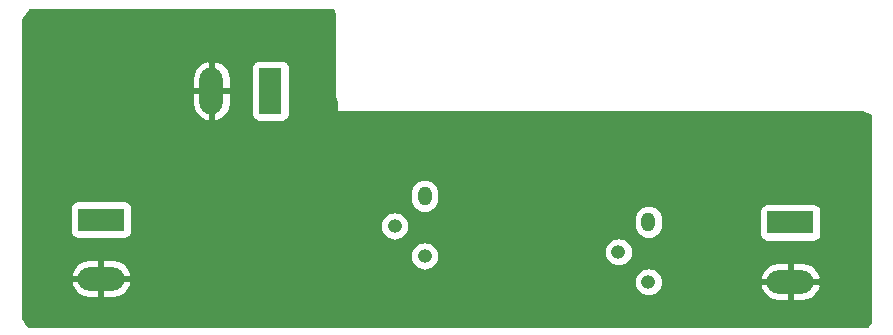
<source format=gbr>
G04 #@! TF.GenerationSoftware,KiCad,Pcbnew,(5.1.4)-1*
G04 #@! TF.CreationDate,2020-12-03T16:53:39+02:00*
G04 #@! TF.ProjectId,Single_transistor_AMP,53696e67-6c65-45f7-9472-616e73697374,V1.0*
G04 #@! TF.SameCoordinates,Original*
G04 #@! TF.FileFunction,Copper,L2,Bot*
G04 #@! TF.FilePolarity,Positive*
%FSLAX46Y46*%
G04 Gerber Fmt 4.6, Leading zero omitted, Abs format (unit mm)*
G04 Created by KiCad (PCBNEW (5.1.4)-1) date 2020-12-03 16:53:39*
%MOMM*%
%LPD*%
G04 APERTURE LIST*
%ADD10O,1.980000X3.960000*%
%ADD11R,1.980000X3.960000*%
%ADD12O,3.960000X1.980000*%
%ADD13R,3.960000X1.980000*%
%ADD14O,1.200000X1.200000*%
%ADD15O,1.200000X1.600000*%
%ADD16C,0.254000*%
G04 APERTURE END LIST*
D10*
X172100000Y-105950000D03*
D11*
X177100000Y-105950000D03*
D12*
X221100000Y-122100000D03*
D13*
X221100000Y-117100000D03*
D12*
X162750000Y-121850000D03*
D13*
X162750000Y-116850000D03*
D14*
X209100000Y-122130000D03*
X206560000Y-119590000D03*
D15*
X209100000Y-117050000D03*
D14*
X190150000Y-119930000D03*
X187610000Y-117390000D03*
D15*
X190150000Y-114850000D03*
D16*
G36*
X182440000Y-99513327D02*
G01*
X182440001Y-106082419D01*
X182442783Y-106110664D01*
X182442740Y-106116801D01*
X182443640Y-106125972D01*
X182464041Y-106320069D01*
X182476068Y-106378658D01*
X182487277Y-106437423D01*
X182489941Y-106446245D01*
X182547653Y-106632683D01*
X182570838Y-106687838D01*
X182593242Y-106743291D01*
X182597568Y-106751427D01*
X182673000Y-106890936D01*
X182673000Y-107650000D01*
X182675440Y-107674776D01*
X182682667Y-107698601D01*
X182694403Y-107720557D01*
X182710197Y-107739803D01*
X182729443Y-107755597D01*
X182751399Y-107767333D01*
X182775224Y-107774560D01*
X182800000Y-107777000D01*
X227149073Y-107777000D01*
X227771572Y-107964943D01*
X227873000Y-108018873D01*
X227873000Y-125564221D01*
X227597911Y-125823000D01*
X156644673Y-125823000D01*
X156424311Y-125588749D01*
X156127000Y-125160177D01*
X156127000Y-122228865D01*
X160179782Y-122228865D01*
X160210095Y-122354528D01*
X160338304Y-122647205D01*
X160521148Y-122909246D01*
X160751601Y-123130581D01*
X161020806Y-123302704D01*
X161318418Y-123419000D01*
X161633000Y-123475000D01*
X162623000Y-123475000D01*
X162623000Y-121977000D01*
X162877000Y-121977000D01*
X162877000Y-123475000D01*
X163867000Y-123475000D01*
X164181582Y-123419000D01*
X164479194Y-123302704D01*
X164748399Y-123130581D01*
X164978852Y-122909246D01*
X165161696Y-122647205D01*
X165289905Y-122354528D01*
X165320218Y-122228865D01*
X165273320Y-122130000D01*
X207859025Y-122130000D01*
X207882870Y-122372102D01*
X207953489Y-122604901D01*
X208068167Y-122819449D01*
X208222498Y-123007502D01*
X208410551Y-123161833D01*
X208625099Y-123276511D01*
X208857898Y-123347130D01*
X209039335Y-123365000D01*
X209160665Y-123365000D01*
X209342102Y-123347130D01*
X209574901Y-123276511D01*
X209789449Y-123161833D01*
X209977502Y-123007502D01*
X210131833Y-122819449D01*
X210246511Y-122604901D01*
X210284743Y-122478865D01*
X218529782Y-122478865D01*
X218560095Y-122604528D01*
X218688304Y-122897205D01*
X218871148Y-123159246D01*
X219101601Y-123380581D01*
X219370806Y-123552704D01*
X219668418Y-123669000D01*
X219983000Y-123725000D01*
X220973000Y-123725000D01*
X220973000Y-122227000D01*
X221227000Y-122227000D01*
X221227000Y-123725000D01*
X222217000Y-123725000D01*
X222531582Y-123669000D01*
X222829194Y-123552704D01*
X223098399Y-123380581D01*
X223328852Y-123159246D01*
X223511696Y-122897205D01*
X223639905Y-122604528D01*
X223670218Y-122478865D01*
X223550740Y-122227000D01*
X221227000Y-122227000D01*
X220973000Y-122227000D01*
X218649260Y-122227000D01*
X218529782Y-122478865D01*
X210284743Y-122478865D01*
X210317130Y-122372102D01*
X210340975Y-122130000D01*
X210317130Y-121887898D01*
X210266543Y-121721135D01*
X218529782Y-121721135D01*
X218649260Y-121973000D01*
X220973000Y-121973000D01*
X220973000Y-120475000D01*
X221227000Y-120475000D01*
X221227000Y-121973000D01*
X223550740Y-121973000D01*
X223670218Y-121721135D01*
X223639905Y-121595472D01*
X223511696Y-121302795D01*
X223328852Y-121040754D01*
X223098399Y-120819419D01*
X222829194Y-120647296D01*
X222531582Y-120531000D01*
X222217000Y-120475000D01*
X221227000Y-120475000D01*
X220973000Y-120475000D01*
X219983000Y-120475000D01*
X219668418Y-120531000D01*
X219370806Y-120647296D01*
X219101601Y-120819419D01*
X218871148Y-121040754D01*
X218688304Y-121302795D01*
X218560095Y-121595472D01*
X218529782Y-121721135D01*
X210266543Y-121721135D01*
X210246511Y-121655099D01*
X210131833Y-121440551D01*
X209977502Y-121252498D01*
X209789449Y-121098167D01*
X209574901Y-120983489D01*
X209342102Y-120912870D01*
X209160665Y-120895000D01*
X209039335Y-120895000D01*
X208857898Y-120912870D01*
X208625099Y-120983489D01*
X208410551Y-121098167D01*
X208222498Y-121252498D01*
X208068167Y-121440551D01*
X207953489Y-121655099D01*
X207882870Y-121887898D01*
X207859025Y-122130000D01*
X165273320Y-122130000D01*
X165200740Y-121977000D01*
X162877000Y-121977000D01*
X162623000Y-121977000D01*
X160299260Y-121977000D01*
X160179782Y-122228865D01*
X156127000Y-122228865D01*
X156127000Y-121471135D01*
X160179782Y-121471135D01*
X160299260Y-121723000D01*
X162623000Y-121723000D01*
X162623000Y-120225000D01*
X162877000Y-120225000D01*
X162877000Y-121723000D01*
X165200740Y-121723000D01*
X165320218Y-121471135D01*
X165289905Y-121345472D01*
X165161696Y-121052795D01*
X164978852Y-120790754D01*
X164748399Y-120569419D01*
X164479194Y-120397296D01*
X164181582Y-120281000D01*
X163867000Y-120225000D01*
X162877000Y-120225000D01*
X162623000Y-120225000D01*
X161633000Y-120225000D01*
X161318418Y-120281000D01*
X161020806Y-120397296D01*
X160751601Y-120569419D01*
X160521148Y-120790754D01*
X160338304Y-121052795D01*
X160210095Y-121345472D01*
X160179782Y-121471135D01*
X156127000Y-121471135D01*
X156127000Y-119930000D01*
X188909025Y-119930000D01*
X188932870Y-120172102D01*
X189003489Y-120404901D01*
X189118167Y-120619449D01*
X189272498Y-120807502D01*
X189460551Y-120961833D01*
X189675099Y-121076511D01*
X189907898Y-121147130D01*
X190089335Y-121165000D01*
X190210665Y-121165000D01*
X190392102Y-121147130D01*
X190624901Y-121076511D01*
X190839449Y-120961833D01*
X191027502Y-120807502D01*
X191181833Y-120619449D01*
X191296511Y-120404901D01*
X191367130Y-120172102D01*
X191390975Y-119930000D01*
X191367130Y-119687898D01*
X191337433Y-119590000D01*
X205319025Y-119590000D01*
X205342870Y-119832102D01*
X205413489Y-120064901D01*
X205528167Y-120279449D01*
X205682498Y-120467502D01*
X205870551Y-120621833D01*
X206085099Y-120736511D01*
X206317898Y-120807130D01*
X206499335Y-120825000D01*
X206620665Y-120825000D01*
X206802102Y-120807130D01*
X207034901Y-120736511D01*
X207249449Y-120621833D01*
X207437502Y-120467502D01*
X207591833Y-120279449D01*
X207706511Y-120064901D01*
X207777130Y-119832102D01*
X207800975Y-119590000D01*
X207777130Y-119347898D01*
X207706511Y-119115099D01*
X207591833Y-118900551D01*
X207437502Y-118712498D01*
X207249449Y-118558167D01*
X207034901Y-118443489D01*
X206802102Y-118372870D01*
X206620665Y-118355000D01*
X206499335Y-118355000D01*
X206317898Y-118372870D01*
X206085099Y-118443489D01*
X205870551Y-118558167D01*
X205682498Y-118712498D01*
X205528167Y-118900551D01*
X205413489Y-119115099D01*
X205342870Y-119347898D01*
X205319025Y-119590000D01*
X191337433Y-119590000D01*
X191296511Y-119455099D01*
X191181833Y-119240551D01*
X191027502Y-119052498D01*
X190839449Y-118898167D01*
X190624901Y-118783489D01*
X190392102Y-118712870D01*
X190210665Y-118695000D01*
X190089335Y-118695000D01*
X189907898Y-118712870D01*
X189675099Y-118783489D01*
X189460551Y-118898167D01*
X189272498Y-119052498D01*
X189118167Y-119240551D01*
X189003489Y-119455099D01*
X188932870Y-119687898D01*
X188909025Y-119930000D01*
X156127000Y-119930000D01*
X156127000Y-115860000D01*
X160131928Y-115860000D01*
X160131928Y-117840000D01*
X160144188Y-117964482D01*
X160180498Y-118084180D01*
X160239463Y-118194494D01*
X160318815Y-118291185D01*
X160415506Y-118370537D01*
X160525820Y-118429502D01*
X160645518Y-118465812D01*
X160770000Y-118478072D01*
X164730000Y-118478072D01*
X164854482Y-118465812D01*
X164974180Y-118429502D01*
X165084494Y-118370537D01*
X165181185Y-118291185D01*
X165260537Y-118194494D01*
X165319502Y-118084180D01*
X165355812Y-117964482D01*
X165368072Y-117840000D01*
X165368072Y-117390000D01*
X186369025Y-117390000D01*
X186392870Y-117632102D01*
X186463489Y-117864901D01*
X186578167Y-118079449D01*
X186732498Y-118267502D01*
X186920551Y-118421833D01*
X187135099Y-118536511D01*
X187367898Y-118607130D01*
X187549335Y-118625000D01*
X187670665Y-118625000D01*
X187852102Y-118607130D01*
X188084901Y-118536511D01*
X188299449Y-118421833D01*
X188487502Y-118267502D01*
X188641833Y-118079449D01*
X188756511Y-117864901D01*
X188827130Y-117632102D01*
X188850975Y-117390000D01*
X188827130Y-117147898D01*
X188756511Y-116915099D01*
X188689289Y-116789335D01*
X207865000Y-116789335D01*
X207865000Y-117310664D01*
X207882870Y-117492101D01*
X207953489Y-117724900D01*
X208068167Y-117939448D01*
X208222498Y-118127502D01*
X208410551Y-118281833D01*
X208625099Y-118396511D01*
X208857898Y-118467130D01*
X209100000Y-118490975D01*
X209342101Y-118467130D01*
X209574900Y-118396511D01*
X209789448Y-118281833D01*
X209977502Y-118127502D01*
X210131833Y-117939449D01*
X210246511Y-117724901D01*
X210317130Y-117492102D01*
X210335000Y-117310665D01*
X210335000Y-116789336D01*
X210317130Y-116607899D01*
X210246511Y-116375100D01*
X210131833Y-116160551D01*
X210090347Y-116110000D01*
X218481928Y-116110000D01*
X218481928Y-118090000D01*
X218494188Y-118214482D01*
X218530498Y-118334180D01*
X218589463Y-118444494D01*
X218668815Y-118541185D01*
X218765506Y-118620537D01*
X218875820Y-118679502D01*
X218995518Y-118715812D01*
X219120000Y-118728072D01*
X223080000Y-118728072D01*
X223204482Y-118715812D01*
X223324180Y-118679502D01*
X223434494Y-118620537D01*
X223531185Y-118541185D01*
X223610537Y-118444494D01*
X223669502Y-118334180D01*
X223705812Y-118214482D01*
X223718072Y-118090000D01*
X223718072Y-116110000D01*
X223705812Y-115985518D01*
X223669502Y-115865820D01*
X223610537Y-115755506D01*
X223531185Y-115658815D01*
X223434494Y-115579463D01*
X223324180Y-115520498D01*
X223204482Y-115484188D01*
X223080000Y-115471928D01*
X219120000Y-115471928D01*
X218995518Y-115484188D01*
X218875820Y-115520498D01*
X218765506Y-115579463D01*
X218668815Y-115658815D01*
X218589463Y-115755506D01*
X218530498Y-115865820D01*
X218494188Y-115985518D01*
X218481928Y-116110000D01*
X210090347Y-116110000D01*
X209977502Y-115972498D01*
X209789449Y-115818167D01*
X209574901Y-115703489D01*
X209342102Y-115632870D01*
X209100000Y-115609025D01*
X208857899Y-115632870D01*
X208625100Y-115703489D01*
X208410552Y-115818167D01*
X208222499Y-115972498D01*
X208068168Y-116160551D01*
X207953489Y-116375099D01*
X207882870Y-116607898D01*
X207865000Y-116789335D01*
X188689289Y-116789335D01*
X188641833Y-116700551D01*
X188487502Y-116512498D01*
X188299449Y-116358167D01*
X188084901Y-116243489D01*
X187852102Y-116172870D01*
X187670665Y-116155000D01*
X187549335Y-116155000D01*
X187367898Y-116172870D01*
X187135099Y-116243489D01*
X186920551Y-116358167D01*
X186732498Y-116512498D01*
X186578167Y-116700551D01*
X186463489Y-116915099D01*
X186392870Y-117147898D01*
X186369025Y-117390000D01*
X165368072Y-117390000D01*
X165368072Y-115860000D01*
X165355812Y-115735518D01*
X165319502Y-115615820D01*
X165260537Y-115505506D01*
X165181185Y-115408815D01*
X165084494Y-115329463D01*
X164974180Y-115270498D01*
X164854482Y-115234188D01*
X164730000Y-115221928D01*
X160770000Y-115221928D01*
X160645518Y-115234188D01*
X160525820Y-115270498D01*
X160415506Y-115329463D01*
X160318815Y-115408815D01*
X160239463Y-115505506D01*
X160180498Y-115615820D01*
X160144188Y-115735518D01*
X160131928Y-115860000D01*
X156127000Y-115860000D01*
X156127000Y-114589335D01*
X188915000Y-114589335D01*
X188915000Y-115110664D01*
X188932870Y-115292101D01*
X189003489Y-115524900D01*
X189118167Y-115739448D01*
X189272498Y-115927502D01*
X189460551Y-116081833D01*
X189675099Y-116196511D01*
X189907898Y-116267130D01*
X190150000Y-116290975D01*
X190392101Y-116267130D01*
X190624900Y-116196511D01*
X190839448Y-116081833D01*
X191027502Y-115927502D01*
X191181833Y-115739449D01*
X191296511Y-115524901D01*
X191367130Y-115292102D01*
X191385000Y-115110665D01*
X191385000Y-114589336D01*
X191367130Y-114407899D01*
X191296511Y-114175100D01*
X191181833Y-113960551D01*
X191027502Y-113772498D01*
X190839449Y-113618167D01*
X190624901Y-113503489D01*
X190392102Y-113432870D01*
X190150000Y-113409025D01*
X189907899Y-113432870D01*
X189675100Y-113503489D01*
X189460552Y-113618167D01*
X189272499Y-113772498D01*
X189118168Y-113960551D01*
X189003489Y-114175099D01*
X188932870Y-114407898D01*
X188915000Y-114589335D01*
X156127000Y-114589335D01*
X156127000Y-106077000D01*
X170475000Y-106077000D01*
X170475000Y-107067000D01*
X170531000Y-107381582D01*
X170647296Y-107679194D01*
X170819419Y-107948399D01*
X171040754Y-108178852D01*
X171302795Y-108361696D01*
X171595472Y-108489905D01*
X171721135Y-108520218D01*
X171973000Y-108400740D01*
X171973000Y-106077000D01*
X172227000Y-106077000D01*
X172227000Y-108400740D01*
X172478865Y-108520218D01*
X172604528Y-108489905D01*
X172897205Y-108361696D01*
X173159246Y-108178852D01*
X173380581Y-107948399D01*
X173552704Y-107679194D01*
X173669000Y-107381582D01*
X173725000Y-107067000D01*
X173725000Y-106077000D01*
X172227000Y-106077000D01*
X171973000Y-106077000D01*
X170475000Y-106077000D01*
X156127000Y-106077000D01*
X156127000Y-104833000D01*
X170475000Y-104833000D01*
X170475000Y-105823000D01*
X171973000Y-105823000D01*
X171973000Y-103499260D01*
X172227000Y-103499260D01*
X172227000Y-105823000D01*
X173725000Y-105823000D01*
X173725000Y-104833000D01*
X173669000Y-104518418D01*
X173552704Y-104220806D01*
X173392345Y-103970000D01*
X175471928Y-103970000D01*
X175471928Y-107930000D01*
X175484188Y-108054482D01*
X175520498Y-108174180D01*
X175579463Y-108284494D01*
X175658815Y-108381185D01*
X175755506Y-108460537D01*
X175865820Y-108519502D01*
X175985518Y-108555812D01*
X176110000Y-108568072D01*
X178090000Y-108568072D01*
X178214482Y-108555812D01*
X178334180Y-108519502D01*
X178444494Y-108460537D01*
X178541185Y-108381185D01*
X178620537Y-108284494D01*
X178679502Y-108174180D01*
X178715812Y-108054482D01*
X178728072Y-107930000D01*
X178728072Y-103970000D01*
X178715812Y-103845518D01*
X178679502Y-103725820D01*
X178620537Y-103615506D01*
X178541185Y-103518815D01*
X178444494Y-103439463D01*
X178334180Y-103380498D01*
X178214482Y-103344188D01*
X178090000Y-103331928D01*
X176110000Y-103331928D01*
X175985518Y-103344188D01*
X175865820Y-103380498D01*
X175755506Y-103439463D01*
X175658815Y-103518815D01*
X175579463Y-103615506D01*
X175520498Y-103725820D01*
X175484188Y-103845518D01*
X175471928Y-103970000D01*
X173392345Y-103970000D01*
X173380581Y-103951601D01*
X173159246Y-103721148D01*
X172897205Y-103538304D01*
X172604528Y-103410095D01*
X172478865Y-103379782D01*
X172227000Y-103499260D01*
X171973000Y-103499260D01*
X171721135Y-103379782D01*
X171595472Y-103410095D01*
X171302795Y-103538304D01*
X171040754Y-103721148D01*
X170819419Y-103951601D01*
X170647296Y-104220806D01*
X170531000Y-104518418D01*
X170475000Y-104833000D01*
X156127000Y-104833000D01*
X156127000Y-99925428D01*
X156195410Y-99805735D01*
X156731557Y-99125636D01*
X182394220Y-99077757D01*
X182440000Y-99513327D01*
X182440000Y-99513327D01*
G37*
X182440000Y-99513327D02*
X182440001Y-106082419D01*
X182442783Y-106110664D01*
X182442740Y-106116801D01*
X182443640Y-106125972D01*
X182464041Y-106320069D01*
X182476068Y-106378658D01*
X182487277Y-106437423D01*
X182489941Y-106446245D01*
X182547653Y-106632683D01*
X182570838Y-106687838D01*
X182593242Y-106743291D01*
X182597568Y-106751427D01*
X182673000Y-106890936D01*
X182673000Y-107650000D01*
X182675440Y-107674776D01*
X182682667Y-107698601D01*
X182694403Y-107720557D01*
X182710197Y-107739803D01*
X182729443Y-107755597D01*
X182751399Y-107767333D01*
X182775224Y-107774560D01*
X182800000Y-107777000D01*
X227149073Y-107777000D01*
X227771572Y-107964943D01*
X227873000Y-108018873D01*
X227873000Y-125564221D01*
X227597911Y-125823000D01*
X156644673Y-125823000D01*
X156424311Y-125588749D01*
X156127000Y-125160177D01*
X156127000Y-122228865D01*
X160179782Y-122228865D01*
X160210095Y-122354528D01*
X160338304Y-122647205D01*
X160521148Y-122909246D01*
X160751601Y-123130581D01*
X161020806Y-123302704D01*
X161318418Y-123419000D01*
X161633000Y-123475000D01*
X162623000Y-123475000D01*
X162623000Y-121977000D01*
X162877000Y-121977000D01*
X162877000Y-123475000D01*
X163867000Y-123475000D01*
X164181582Y-123419000D01*
X164479194Y-123302704D01*
X164748399Y-123130581D01*
X164978852Y-122909246D01*
X165161696Y-122647205D01*
X165289905Y-122354528D01*
X165320218Y-122228865D01*
X165273320Y-122130000D01*
X207859025Y-122130000D01*
X207882870Y-122372102D01*
X207953489Y-122604901D01*
X208068167Y-122819449D01*
X208222498Y-123007502D01*
X208410551Y-123161833D01*
X208625099Y-123276511D01*
X208857898Y-123347130D01*
X209039335Y-123365000D01*
X209160665Y-123365000D01*
X209342102Y-123347130D01*
X209574901Y-123276511D01*
X209789449Y-123161833D01*
X209977502Y-123007502D01*
X210131833Y-122819449D01*
X210246511Y-122604901D01*
X210284743Y-122478865D01*
X218529782Y-122478865D01*
X218560095Y-122604528D01*
X218688304Y-122897205D01*
X218871148Y-123159246D01*
X219101601Y-123380581D01*
X219370806Y-123552704D01*
X219668418Y-123669000D01*
X219983000Y-123725000D01*
X220973000Y-123725000D01*
X220973000Y-122227000D01*
X221227000Y-122227000D01*
X221227000Y-123725000D01*
X222217000Y-123725000D01*
X222531582Y-123669000D01*
X222829194Y-123552704D01*
X223098399Y-123380581D01*
X223328852Y-123159246D01*
X223511696Y-122897205D01*
X223639905Y-122604528D01*
X223670218Y-122478865D01*
X223550740Y-122227000D01*
X221227000Y-122227000D01*
X220973000Y-122227000D01*
X218649260Y-122227000D01*
X218529782Y-122478865D01*
X210284743Y-122478865D01*
X210317130Y-122372102D01*
X210340975Y-122130000D01*
X210317130Y-121887898D01*
X210266543Y-121721135D01*
X218529782Y-121721135D01*
X218649260Y-121973000D01*
X220973000Y-121973000D01*
X220973000Y-120475000D01*
X221227000Y-120475000D01*
X221227000Y-121973000D01*
X223550740Y-121973000D01*
X223670218Y-121721135D01*
X223639905Y-121595472D01*
X223511696Y-121302795D01*
X223328852Y-121040754D01*
X223098399Y-120819419D01*
X222829194Y-120647296D01*
X222531582Y-120531000D01*
X222217000Y-120475000D01*
X221227000Y-120475000D01*
X220973000Y-120475000D01*
X219983000Y-120475000D01*
X219668418Y-120531000D01*
X219370806Y-120647296D01*
X219101601Y-120819419D01*
X218871148Y-121040754D01*
X218688304Y-121302795D01*
X218560095Y-121595472D01*
X218529782Y-121721135D01*
X210266543Y-121721135D01*
X210246511Y-121655099D01*
X210131833Y-121440551D01*
X209977502Y-121252498D01*
X209789449Y-121098167D01*
X209574901Y-120983489D01*
X209342102Y-120912870D01*
X209160665Y-120895000D01*
X209039335Y-120895000D01*
X208857898Y-120912870D01*
X208625099Y-120983489D01*
X208410551Y-121098167D01*
X208222498Y-121252498D01*
X208068167Y-121440551D01*
X207953489Y-121655099D01*
X207882870Y-121887898D01*
X207859025Y-122130000D01*
X165273320Y-122130000D01*
X165200740Y-121977000D01*
X162877000Y-121977000D01*
X162623000Y-121977000D01*
X160299260Y-121977000D01*
X160179782Y-122228865D01*
X156127000Y-122228865D01*
X156127000Y-121471135D01*
X160179782Y-121471135D01*
X160299260Y-121723000D01*
X162623000Y-121723000D01*
X162623000Y-120225000D01*
X162877000Y-120225000D01*
X162877000Y-121723000D01*
X165200740Y-121723000D01*
X165320218Y-121471135D01*
X165289905Y-121345472D01*
X165161696Y-121052795D01*
X164978852Y-120790754D01*
X164748399Y-120569419D01*
X164479194Y-120397296D01*
X164181582Y-120281000D01*
X163867000Y-120225000D01*
X162877000Y-120225000D01*
X162623000Y-120225000D01*
X161633000Y-120225000D01*
X161318418Y-120281000D01*
X161020806Y-120397296D01*
X160751601Y-120569419D01*
X160521148Y-120790754D01*
X160338304Y-121052795D01*
X160210095Y-121345472D01*
X160179782Y-121471135D01*
X156127000Y-121471135D01*
X156127000Y-119930000D01*
X188909025Y-119930000D01*
X188932870Y-120172102D01*
X189003489Y-120404901D01*
X189118167Y-120619449D01*
X189272498Y-120807502D01*
X189460551Y-120961833D01*
X189675099Y-121076511D01*
X189907898Y-121147130D01*
X190089335Y-121165000D01*
X190210665Y-121165000D01*
X190392102Y-121147130D01*
X190624901Y-121076511D01*
X190839449Y-120961833D01*
X191027502Y-120807502D01*
X191181833Y-120619449D01*
X191296511Y-120404901D01*
X191367130Y-120172102D01*
X191390975Y-119930000D01*
X191367130Y-119687898D01*
X191337433Y-119590000D01*
X205319025Y-119590000D01*
X205342870Y-119832102D01*
X205413489Y-120064901D01*
X205528167Y-120279449D01*
X205682498Y-120467502D01*
X205870551Y-120621833D01*
X206085099Y-120736511D01*
X206317898Y-120807130D01*
X206499335Y-120825000D01*
X206620665Y-120825000D01*
X206802102Y-120807130D01*
X207034901Y-120736511D01*
X207249449Y-120621833D01*
X207437502Y-120467502D01*
X207591833Y-120279449D01*
X207706511Y-120064901D01*
X207777130Y-119832102D01*
X207800975Y-119590000D01*
X207777130Y-119347898D01*
X207706511Y-119115099D01*
X207591833Y-118900551D01*
X207437502Y-118712498D01*
X207249449Y-118558167D01*
X207034901Y-118443489D01*
X206802102Y-118372870D01*
X206620665Y-118355000D01*
X206499335Y-118355000D01*
X206317898Y-118372870D01*
X206085099Y-118443489D01*
X205870551Y-118558167D01*
X205682498Y-118712498D01*
X205528167Y-118900551D01*
X205413489Y-119115099D01*
X205342870Y-119347898D01*
X205319025Y-119590000D01*
X191337433Y-119590000D01*
X191296511Y-119455099D01*
X191181833Y-119240551D01*
X191027502Y-119052498D01*
X190839449Y-118898167D01*
X190624901Y-118783489D01*
X190392102Y-118712870D01*
X190210665Y-118695000D01*
X190089335Y-118695000D01*
X189907898Y-118712870D01*
X189675099Y-118783489D01*
X189460551Y-118898167D01*
X189272498Y-119052498D01*
X189118167Y-119240551D01*
X189003489Y-119455099D01*
X188932870Y-119687898D01*
X188909025Y-119930000D01*
X156127000Y-119930000D01*
X156127000Y-115860000D01*
X160131928Y-115860000D01*
X160131928Y-117840000D01*
X160144188Y-117964482D01*
X160180498Y-118084180D01*
X160239463Y-118194494D01*
X160318815Y-118291185D01*
X160415506Y-118370537D01*
X160525820Y-118429502D01*
X160645518Y-118465812D01*
X160770000Y-118478072D01*
X164730000Y-118478072D01*
X164854482Y-118465812D01*
X164974180Y-118429502D01*
X165084494Y-118370537D01*
X165181185Y-118291185D01*
X165260537Y-118194494D01*
X165319502Y-118084180D01*
X165355812Y-117964482D01*
X165368072Y-117840000D01*
X165368072Y-117390000D01*
X186369025Y-117390000D01*
X186392870Y-117632102D01*
X186463489Y-117864901D01*
X186578167Y-118079449D01*
X186732498Y-118267502D01*
X186920551Y-118421833D01*
X187135099Y-118536511D01*
X187367898Y-118607130D01*
X187549335Y-118625000D01*
X187670665Y-118625000D01*
X187852102Y-118607130D01*
X188084901Y-118536511D01*
X188299449Y-118421833D01*
X188487502Y-118267502D01*
X188641833Y-118079449D01*
X188756511Y-117864901D01*
X188827130Y-117632102D01*
X188850975Y-117390000D01*
X188827130Y-117147898D01*
X188756511Y-116915099D01*
X188689289Y-116789335D01*
X207865000Y-116789335D01*
X207865000Y-117310664D01*
X207882870Y-117492101D01*
X207953489Y-117724900D01*
X208068167Y-117939448D01*
X208222498Y-118127502D01*
X208410551Y-118281833D01*
X208625099Y-118396511D01*
X208857898Y-118467130D01*
X209100000Y-118490975D01*
X209342101Y-118467130D01*
X209574900Y-118396511D01*
X209789448Y-118281833D01*
X209977502Y-118127502D01*
X210131833Y-117939449D01*
X210246511Y-117724901D01*
X210317130Y-117492102D01*
X210335000Y-117310665D01*
X210335000Y-116789336D01*
X210317130Y-116607899D01*
X210246511Y-116375100D01*
X210131833Y-116160551D01*
X210090347Y-116110000D01*
X218481928Y-116110000D01*
X218481928Y-118090000D01*
X218494188Y-118214482D01*
X218530498Y-118334180D01*
X218589463Y-118444494D01*
X218668815Y-118541185D01*
X218765506Y-118620537D01*
X218875820Y-118679502D01*
X218995518Y-118715812D01*
X219120000Y-118728072D01*
X223080000Y-118728072D01*
X223204482Y-118715812D01*
X223324180Y-118679502D01*
X223434494Y-118620537D01*
X223531185Y-118541185D01*
X223610537Y-118444494D01*
X223669502Y-118334180D01*
X223705812Y-118214482D01*
X223718072Y-118090000D01*
X223718072Y-116110000D01*
X223705812Y-115985518D01*
X223669502Y-115865820D01*
X223610537Y-115755506D01*
X223531185Y-115658815D01*
X223434494Y-115579463D01*
X223324180Y-115520498D01*
X223204482Y-115484188D01*
X223080000Y-115471928D01*
X219120000Y-115471928D01*
X218995518Y-115484188D01*
X218875820Y-115520498D01*
X218765506Y-115579463D01*
X218668815Y-115658815D01*
X218589463Y-115755506D01*
X218530498Y-115865820D01*
X218494188Y-115985518D01*
X218481928Y-116110000D01*
X210090347Y-116110000D01*
X209977502Y-115972498D01*
X209789449Y-115818167D01*
X209574901Y-115703489D01*
X209342102Y-115632870D01*
X209100000Y-115609025D01*
X208857899Y-115632870D01*
X208625100Y-115703489D01*
X208410552Y-115818167D01*
X208222499Y-115972498D01*
X208068168Y-116160551D01*
X207953489Y-116375099D01*
X207882870Y-116607898D01*
X207865000Y-116789335D01*
X188689289Y-116789335D01*
X188641833Y-116700551D01*
X188487502Y-116512498D01*
X188299449Y-116358167D01*
X188084901Y-116243489D01*
X187852102Y-116172870D01*
X187670665Y-116155000D01*
X187549335Y-116155000D01*
X187367898Y-116172870D01*
X187135099Y-116243489D01*
X186920551Y-116358167D01*
X186732498Y-116512498D01*
X186578167Y-116700551D01*
X186463489Y-116915099D01*
X186392870Y-117147898D01*
X186369025Y-117390000D01*
X165368072Y-117390000D01*
X165368072Y-115860000D01*
X165355812Y-115735518D01*
X165319502Y-115615820D01*
X165260537Y-115505506D01*
X165181185Y-115408815D01*
X165084494Y-115329463D01*
X164974180Y-115270498D01*
X164854482Y-115234188D01*
X164730000Y-115221928D01*
X160770000Y-115221928D01*
X160645518Y-115234188D01*
X160525820Y-115270498D01*
X160415506Y-115329463D01*
X160318815Y-115408815D01*
X160239463Y-115505506D01*
X160180498Y-115615820D01*
X160144188Y-115735518D01*
X160131928Y-115860000D01*
X156127000Y-115860000D01*
X156127000Y-114589335D01*
X188915000Y-114589335D01*
X188915000Y-115110664D01*
X188932870Y-115292101D01*
X189003489Y-115524900D01*
X189118167Y-115739448D01*
X189272498Y-115927502D01*
X189460551Y-116081833D01*
X189675099Y-116196511D01*
X189907898Y-116267130D01*
X190150000Y-116290975D01*
X190392101Y-116267130D01*
X190624900Y-116196511D01*
X190839448Y-116081833D01*
X191027502Y-115927502D01*
X191181833Y-115739449D01*
X191296511Y-115524901D01*
X191367130Y-115292102D01*
X191385000Y-115110665D01*
X191385000Y-114589336D01*
X191367130Y-114407899D01*
X191296511Y-114175100D01*
X191181833Y-113960551D01*
X191027502Y-113772498D01*
X190839449Y-113618167D01*
X190624901Y-113503489D01*
X190392102Y-113432870D01*
X190150000Y-113409025D01*
X189907899Y-113432870D01*
X189675100Y-113503489D01*
X189460552Y-113618167D01*
X189272499Y-113772498D01*
X189118168Y-113960551D01*
X189003489Y-114175099D01*
X188932870Y-114407898D01*
X188915000Y-114589335D01*
X156127000Y-114589335D01*
X156127000Y-106077000D01*
X170475000Y-106077000D01*
X170475000Y-107067000D01*
X170531000Y-107381582D01*
X170647296Y-107679194D01*
X170819419Y-107948399D01*
X171040754Y-108178852D01*
X171302795Y-108361696D01*
X171595472Y-108489905D01*
X171721135Y-108520218D01*
X171973000Y-108400740D01*
X171973000Y-106077000D01*
X172227000Y-106077000D01*
X172227000Y-108400740D01*
X172478865Y-108520218D01*
X172604528Y-108489905D01*
X172897205Y-108361696D01*
X173159246Y-108178852D01*
X173380581Y-107948399D01*
X173552704Y-107679194D01*
X173669000Y-107381582D01*
X173725000Y-107067000D01*
X173725000Y-106077000D01*
X172227000Y-106077000D01*
X171973000Y-106077000D01*
X170475000Y-106077000D01*
X156127000Y-106077000D01*
X156127000Y-104833000D01*
X170475000Y-104833000D01*
X170475000Y-105823000D01*
X171973000Y-105823000D01*
X171973000Y-103499260D01*
X172227000Y-103499260D01*
X172227000Y-105823000D01*
X173725000Y-105823000D01*
X173725000Y-104833000D01*
X173669000Y-104518418D01*
X173552704Y-104220806D01*
X173392345Y-103970000D01*
X175471928Y-103970000D01*
X175471928Y-107930000D01*
X175484188Y-108054482D01*
X175520498Y-108174180D01*
X175579463Y-108284494D01*
X175658815Y-108381185D01*
X175755506Y-108460537D01*
X175865820Y-108519502D01*
X175985518Y-108555812D01*
X176110000Y-108568072D01*
X178090000Y-108568072D01*
X178214482Y-108555812D01*
X178334180Y-108519502D01*
X178444494Y-108460537D01*
X178541185Y-108381185D01*
X178620537Y-108284494D01*
X178679502Y-108174180D01*
X178715812Y-108054482D01*
X178728072Y-107930000D01*
X178728072Y-103970000D01*
X178715812Y-103845518D01*
X178679502Y-103725820D01*
X178620537Y-103615506D01*
X178541185Y-103518815D01*
X178444494Y-103439463D01*
X178334180Y-103380498D01*
X178214482Y-103344188D01*
X178090000Y-103331928D01*
X176110000Y-103331928D01*
X175985518Y-103344188D01*
X175865820Y-103380498D01*
X175755506Y-103439463D01*
X175658815Y-103518815D01*
X175579463Y-103615506D01*
X175520498Y-103725820D01*
X175484188Y-103845518D01*
X175471928Y-103970000D01*
X173392345Y-103970000D01*
X173380581Y-103951601D01*
X173159246Y-103721148D01*
X172897205Y-103538304D01*
X172604528Y-103410095D01*
X172478865Y-103379782D01*
X172227000Y-103499260D01*
X171973000Y-103499260D01*
X171721135Y-103379782D01*
X171595472Y-103410095D01*
X171302795Y-103538304D01*
X171040754Y-103721148D01*
X170819419Y-103951601D01*
X170647296Y-104220806D01*
X170531000Y-104518418D01*
X170475000Y-104833000D01*
X156127000Y-104833000D01*
X156127000Y-99925428D01*
X156195410Y-99805735D01*
X156731557Y-99125636D01*
X182394220Y-99077757D01*
X182440000Y-99513327D01*
M02*

</source>
